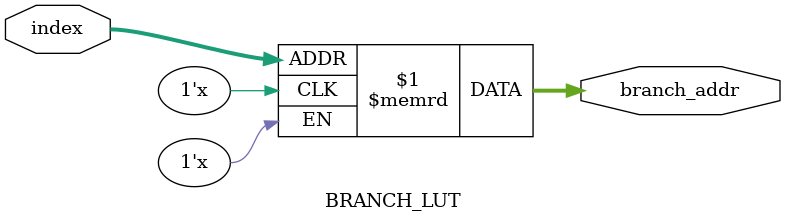
<source format=sv>
module BRANCH_LUT (
  input       [ 7:0] index,	   // target 4 values
  output logic[9:0] branch_addr);
  
  logic[9:0] core[2**8];
  assign branch_addr = core[index];

endmodule

</source>
